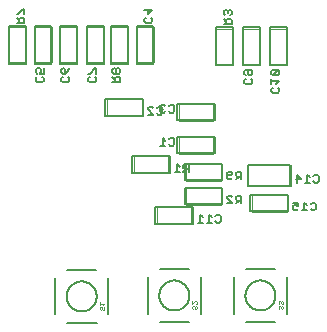
<source format=gbr>
G75*
%MOIN*%
%OFA0B0*%
%FSLAX25Y25*%
%IPPOS*%
%LPD*%
%AMOC8*
5,1,8,0,0,1.08239X$1,22.5*
%
%ADD10C,0.00200*%
%ADD11C,0.00800*%
%ADD12C,0.00600*%
%ADD13C,0.00100*%
D10*
X0071502Y0066730D02*
X0071502Y0072470D01*
X0083100Y0072470D01*
X0083100Y0066730D01*
X0071502Y0066730D01*
X0079202Y0055520D02*
X0079202Y0049780D01*
X0090800Y0049780D01*
X0090800Y0055520D01*
X0079202Y0055520D01*
X0089002Y0056230D02*
X0089002Y0061970D01*
X0100600Y0061970D01*
X0100600Y0056230D01*
X0089002Y0056230D01*
X0089002Y0064230D02*
X0089002Y0069970D01*
X0100600Y0069970D01*
X0100600Y0064230D01*
X0089002Y0064230D01*
X0086502Y0073230D02*
X0098100Y0073230D01*
X0098100Y0078970D01*
X0086502Y0078970D01*
X0086502Y0073230D01*
X0086502Y0084230D02*
X0098100Y0084230D01*
X0098100Y0089970D01*
X0086502Y0089970D01*
X0086502Y0084230D01*
X0074200Y0085830D02*
X0074200Y0091570D01*
X0062602Y0091570D01*
X0062602Y0085830D01*
X0074200Y0085830D01*
X0072431Y0103801D02*
X0078171Y0103801D01*
X0078171Y0115399D01*
X0072431Y0115399D01*
X0072431Y0103801D01*
X0069671Y0103801D02*
X0069671Y0115399D01*
X0063931Y0115399D01*
X0063931Y0103801D01*
X0069671Y0103801D01*
X0061671Y0103801D02*
X0061671Y0115399D01*
X0055931Y0115399D01*
X0055931Y0103801D01*
X0061671Y0103801D01*
X0052671Y0103801D02*
X0052671Y0115399D01*
X0046931Y0115399D01*
X0046931Y0103801D01*
X0052671Y0103801D01*
X0044171Y0103801D02*
X0044171Y0115399D01*
X0038431Y0115399D01*
X0038431Y0103801D01*
X0044171Y0103801D01*
X0035621Y0103801D02*
X0029881Y0103801D01*
X0029881Y0115399D01*
X0035621Y0115399D01*
X0035621Y0103801D01*
X0098931Y0103301D02*
X0104671Y0103301D01*
X0104671Y0114899D01*
X0098931Y0114899D01*
X0098931Y0103301D01*
X0107931Y0103301D02*
X0113671Y0103301D01*
X0113671Y0114899D01*
X0107931Y0114899D01*
X0107931Y0103301D01*
X0116931Y0103301D02*
X0122671Y0103301D01*
X0122671Y0114899D01*
X0116931Y0114899D01*
X0116931Y0103301D01*
X0124025Y0069476D02*
X0109277Y0069476D01*
X0109277Y0062524D01*
X0124025Y0062524D01*
X0124025Y0069476D01*
X0122500Y0059620D02*
X0110902Y0059620D01*
X0110902Y0053880D01*
X0122500Y0053880D01*
X0122500Y0059620D01*
D11*
X0045343Y0031763D02*
X0045343Y0019637D01*
X0049319Y0016842D02*
X0059201Y0016842D01*
X0063059Y0019637D02*
X0063059Y0031763D01*
X0059083Y0034558D02*
X0049319Y0034558D01*
X0049201Y0025700D02*
X0049203Y0025841D01*
X0049209Y0025982D01*
X0049219Y0026122D01*
X0049233Y0026262D01*
X0049251Y0026402D01*
X0049272Y0026541D01*
X0049298Y0026680D01*
X0049327Y0026818D01*
X0049361Y0026954D01*
X0049398Y0027090D01*
X0049439Y0027225D01*
X0049484Y0027359D01*
X0049533Y0027491D01*
X0049585Y0027622D01*
X0049641Y0027751D01*
X0049701Y0027878D01*
X0049764Y0028004D01*
X0049830Y0028128D01*
X0049901Y0028251D01*
X0049974Y0028371D01*
X0050051Y0028489D01*
X0050131Y0028605D01*
X0050215Y0028718D01*
X0050301Y0028829D01*
X0050391Y0028938D01*
X0050484Y0029044D01*
X0050579Y0029147D01*
X0050678Y0029248D01*
X0050779Y0029346D01*
X0050883Y0029441D01*
X0050990Y0029533D01*
X0051099Y0029622D01*
X0051211Y0029707D01*
X0051325Y0029790D01*
X0051441Y0029870D01*
X0051560Y0029946D01*
X0051681Y0030018D01*
X0051803Y0030088D01*
X0051928Y0030153D01*
X0052054Y0030216D01*
X0052182Y0030274D01*
X0052312Y0030329D01*
X0052443Y0030381D01*
X0052576Y0030428D01*
X0052710Y0030472D01*
X0052845Y0030513D01*
X0052981Y0030549D01*
X0053118Y0030581D01*
X0053256Y0030610D01*
X0053394Y0030635D01*
X0053534Y0030655D01*
X0053674Y0030672D01*
X0053814Y0030685D01*
X0053955Y0030694D01*
X0054095Y0030699D01*
X0054236Y0030700D01*
X0054377Y0030697D01*
X0054518Y0030690D01*
X0054658Y0030679D01*
X0054798Y0030664D01*
X0054938Y0030645D01*
X0055077Y0030623D01*
X0055215Y0030596D01*
X0055353Y0030566D01*
X0055489Y0030531D01*
X0055625Y0030493D01*
X0055759Y0030451D01*
X0055893Y0030405D01*
X0056025Y0030356D01*
X0056155Y0030302D01*
X0056284Y0030245D01*
X0056411Y0030185D01*
X0056537Y0030121D01*
X0056660Y0030053D01*
X0056782Y0029982D01*
X0056902Y0029908D01*
X0057019Y0029830D01*
X0057134Y0029749D01*
X0057247Y0029665D01*
X0057358Y0029578D01*
X0057466Y0029487D01*
X0057571Y0029394D01*
X0057674Y0029297D01*
X0057774Y0029198D01*
X0057871Y0029096D01*
X0057965Y0028991D01*
X0058056Y0028884D01*
X0058144Y0028774D01*
X0058229Y0028662D01*
X0058311Y0028547D01*
X0058390Y0028430D01*
X0058465Y0028311D01*
X0058537Y0028190D01*
X0058605Y0028067D01*
X0058670Y0027942D01*
X0058732Y0027815D01*
X0058789Y0027686D01*
X0058844Y0027556D01*
X0058894Y0027425D01*
X0058941Y0027292D01*
X0058984Y0027158D01*
X0059023Y0027022D01*
X0059058Y0026886D01*
X0059090Y0026749D01*
X0059117Y0026611D01*
X0059141Y0026472D01*
X0059161Y0026332D01*
X0059177Y0026192D01*
X0059189Y0026052D01*
X0059197Y0025911D01*
X0059201Y0025770D01*
X0059201Y0025630D01*
X0059197Y0025489D01*
X0059189Y0025348D01*
X0059177Y0025208D01*
X0059161Y0025068D01*
X0059141Y0024928D01*
X0059117Y0024789D01*
X0059090Y0024651D01*
X0059058Y0024514D01*
X0059023Y0024378D01*
X0058984Y0024242D01*
X0058941Y0024108D01*
X0058894Y0023975D01*
X0058844Y0023844D01*
X0058789Y0023714D01*
X0058732Y0023585D01*
X0058670Y0023458D01*
X0058605Y0023333D01*
X0058537Y0023210D01*
X0058465Y0023089D01*
X0058390Y0022970D01*
X0058311Y0022853D01*
X0058229Y0022738D01*
X0058144Y0022626D01*
X0058056Y0022516D01*
X0057965Y0022409D01*
X0057871Y0022304D01*
X0057774Y0022202D01*
X0057674Y0022103D01*
X0057571Y0022006D01*
X0057466Y0021913D01*
X0057358Y0021822D01*
X0057247Y0021735D01*
X0057134Y0021651D01*
X0057019Y0021570D01*
X0056902Y0021492D01*
X0056782Y0021418D01*
X0056660Y0021347D01*
X0056537Y0021279D01*
X0056411Y0021215D01*
X0056284Y0021155D01*
X0056155Y0021098D01*
X0056025Y0021044D01*
X0055893Y0020995D01*
X0055759Y0020949D01*
X0055625Y0020907D01*
X0055489Y0020869D01*
X0055353Y0020834D01*
X0055215Y0020804D01*
X0055077Y0020777D01*
X0054938Y0020755D01*
X0054798Y0020736D01*
X0054658Y0020721D01*
X0054518Y0020710D01*
X0054377Y0020703D01*
X0054236Y0020700D01*
X0054095Y0020701D01*
X0053955Y0020706D01*
X0053814Y0020715D01*
X0053674Y0020728D01*
X0053534Y0020745D01*
X0053394Y0020765D01*
X0053256Y0020790D01*
X0053118Y0020819D01*
X0052981Y0020851D01*
X0052845Y0020887D01*
X0052710Y0020928D01*
X0052576Y0020972D01*
X0052443Y0021019D01*
X0052312Y0021071D01*
X0052182Y0021126D01*
X0052054Y0021184D01*
X0051928Y0021247D01*
X0051803Y0021312D01*
X0051681Y0021382D01*
X0051560Y0021454D01*
X0051441Y0021530D01*
X0051325Y0021610D01*
X0051211Y0021693D01*
X0051099Y0021778D01*
X0050990Y0021867D01*
X0050883Y0021959D01*
X0050779Y0022054D01*
X0050678Y0022152D01*
X0050579Y0022253D01*
X0050484Y0022356D01*
X0050391Y0022462D01*
X0050301Y0022571D01*
X0050215Y0022682D01*
X0050131Y0022795D01*
X0050051Y0022911D01*
X0049974Y0023029D01*
X0049901Y0023149D01*
X0049830Y0023272D01*
X0049764Y0023396D01*
X0049701Y0023522D01*
X0049641Y0023649D01*
X0049585Y0023778D01*
X0049533Y0023909D01*
X0049484Y0024041D01*
X0049439Y0024175D01*
X0049398Y0024310D01*
X0049361Y0024446D01*
X0049327Y0024582D01*
X0049298Y0024720D01*
X0049272Y0024859D01*
X0049251Y0024998D01*
X0049233Y0025138D01*
X0049219Y0025278D01*
X0049209Y0025418D01*
X0049203Y0025559D01*
X0049201Y0025700D01*
X0076243Y0019937D02*
X0076243Y0032063D01*
X0080219Y0034858D02*
X0089983Y0034858D01*
X0093959Y0032063D02*
X0093959Y0019937D01*
X0090101Y0017142D02*
X0080219Y0017142D01*
X0080101Y0026000D02*
X0080103Y0026141D01*
X0080109Y0026282D01*
X0080119Y0026422D01*
X0080133Y0026562D01*
X0080151Y0026702D01*
X0080172Y0026841D01*
X0080198Y0026980D01*
X0080227Y0027118D01*
X0080261Y0027254D01*
X0080298Y0027390D01*
X0080339Y0027525D01*
X0080384Y0027659D01*
X0080433Y0027791D01*
X0080485Y0027922D01*
X0080541Y0028051D01*
X0080601Y0028178D01*
X0080664Y0028304D01*
X0080730Y0028428D01*
X0080801Y0028551D01*
X0080874Y0028671D01*
X0080951Y0028789D01*
X0081031Y0028905D01*
X0081115Y0029018D01*
X0081201Y0029129D01*
X0081291Y0029238D01*
X0081384Y0029344D01*
X0081479Y0029447D01*
X0081578Y0029548D01*
X0081679Y0029646D01*
X0081783Y0029741D01*
X0081890Y0029833D01*
X0081999Y0029922D01*
X0082111Y0030007D01*
X0082225Y0030090D01*
X0082341Y0030170D01*
X0082460Y0030246D01*
X0082581Y0030318D01*
X0082703Y0030388D01*
X0082828Y0030453D01*
X0082954Y0030516D01*
X0083082Y0030574D01*
X0083212Y0030629D01*
X0083343Y0030681D01*
X0083476Y0030728D01*
X0083610Y0030772D01*
X0083745Y0030813D01*
X0083881Y0030849D01*
X0084018Y0030881D01*
X0084156Y0030910D01*
X0084294Y0030935D01*
X0084434Y0030955D01*
X0084574Y0030972D01*
X0084714Y0030985D01*
X0084855Y0030994D01*
X0084995Y0030999D01*
X0085136Y0031000D01*
X0085277Y0030997D01*
X0085418Y0030990D01*
X0085558Y0030979D01*
X0085698Y0030964D01*
X0085838Y0030945D01*
X0085977Y0030923D01*
X0086115Y0030896D01*
X0086253Y0030866D01*
X0086389Y0030831D01*
X0086525Y0030793D01*
X0086659Y0030751D01*
X0086793Y0030705D01*
X0086925Y0030656D01*
X0087055Y0030602D01*
X0087184Y0030545D01*
X0087311Y0030485D01*
X0087437Y0030421D01*
X0087560Y0030353D01*
X0087682Y0030282D01*
X0087802Y0030208D01*
X0087919Y0030130D01*
X0088034Y0030049D01*
X0088147Y0029965D01*
X0088258Y0029878D01*
X0088366Y0029787D01*
X0088471Y0029694D01*
X0088574Y0029597D01*
X0088674Y0029498D01*
X0088771Y0029396D01*
X0088865Y0029291D01*
X0088956Y0029184D01*
X0089044Y0029074D01*
X0089129Y0028962D01*
X0089211Y0028847D01*
X0089290Y0028730D01*
X0089365Y0028611D01*
X0089437Y0028490D01*
X0089505Y0028367D01*
X0089570Y0028242D01*
X0089632Y0028115D01*
X0089689Y0027986D01*
X0089744Y0027856D01*
X0089794Y0027725D01*
X0089841Y0027592D01*
X0089884Y0027458D01*
X0089923Y0027322D01*
X0089958Y0027186D01*
X0089990Y0027049D01*
X0090017Y0026911D01*
X0090041Y0026772D01*
X0090061Y0026632D01*
X0090077Y0026492D01*
X0090089Y0026352D01*
X0090097Y0026211D01*
X0090101Y0026070D01*
X0090101Y0025930D01*
X0090097Y0025789D01*
X0090089Y0025648D01*
X0090077Y0025508D01*
X0090061Y0025368D01*
X0090041Y0025228D01*
X0090017Y0025089D01*
X0089990Y0024951D01*
X0089958Y0024814D01*
X0089923Y0024678D01*
X0089884Y0024542D01*
X0089841Y0024408D01*
X0089794Y0024275D01*
X0089744Y0024144D01*
X0089689Y0024014D01*
X0089632Y0023885D01*
X0089570Y0023758D01*
X0089505Y0023633D01*
X0089437Y0023510D01*
X0089365Y0023389D01*
X0089290Y0023270D01*
X0089211Y0023153D01*
X0089129Y0023038D01*
X0089044Y0022926D01*
X0088956Y0022816D01*
X0088865Y0022709D01*
X0088771Y0022604D01*
X0088674Y0022502D01*
X0088574Y0022403D01*
X0088471Y0022306D01*
X0088366Y0022213D01*
X0088258Y0022122D01*
X0088147Y0022035D01*
X0088034Y0021951D01*
X0087919Y0021870D01*
X0087802Y0021792D01*
X0087682Y0021718D01*
X0087560Y0021647D01*
X0087437Y0021579D01*
X0087311Y0021515D01*
X0087184Y0021455D01*
X0087055Y0021398D01*
X0086925Y0021344D01*
X0086793Y0021295D01*
X0086659Y0021249D01*
X0086525Y0021207D01*
X0086389Y0021169D01*
X0086253Y0021134D01*
X0086115Y0021104D01*
X0085977Y0021077D01*
X0085838Y0021055D01*
X0085698Y0021036D01*
X0085558Y0021021D01*
X0085418Y0021010D01*
X0085277Y0021003D01*
X0085136Y0021000D01*
X0084995Y0021001D01*
X0084855Y0021006D01*
X0084714Y0021015D01*
X0084574Y0021028D01*
X0084434Y0021045D01*
X0084294Y0021065D01*
X0084156Y0021090D01*
X0084018Y0021119D01*
X0083881Y0021151D01*
X0083745Y0021187D01*
X0083610Y0021228D01*
X0083476Y0021272D01*
X0083343Y0021319D01*
X0083212Y0021371D01*
X0083082Y0021426D01*
X0082954Y0021484D01*
X0082828Y0021547D01*
X0082703Y0021612D01*
X0082581Y0021682D01*
X0082460Y0021754D01*
X0082341Y0021830D01*
X0082225Y0021910D01*
X0082111Y0021993D01*
X0081999Y0022078D01*
X0081890Y0022167D01*
X0081783Y0022259D01*
X0081679Y0022354D01*
X0081578Y0022452D01*
X0081479Y0022553D01*
X0081384Y0022656D01*
X0081291Y0022762D01*
X0081201Y0022871D01*
X0081115Y0022982D01*
X0081031Y0023095D01*
X0080951Y0023211D01*
X0080874Y0023329D01*
X0080801Y0023449D01*
X0080730Y0023572D01*
X0080664Y0023696D01*
X0080601Y0023822D01*
X0080541Y0023949D01*
X0080485Y0024078D01*
X0080433Y0024209D01*
X0080384Y0024341D01*
X0080339Y0024475D01*
X0080298Y0024610D01*
X0080261Y0024746D01*
X0080227Y0024882D01*
X0080198Y0025020D01*
X0080172Y0025159D01*
X0080151Y0025298D01*
X0080133Y0025438D01*
X0080119Y0025578D01*
X0080109Y0025718D01*
X0080103Y0025859D01*
X0080101Y0026000D01*
X0078702Y0049894D02*
X0078702Y0055406D01*
X0091300Y0055406D01*
X0091300Y0049894D01*
X0078702Y0049894D01*
X0088502Y0056344D02*
X0088502Y0061856D01*
X0101100Y0061856D01*
X0101100Y0056344D01*
X0088502Y0056344D01*
X0088502Y0064344D02*
X0088502Y0069856D01*
X0101100Y0069856D01*
X0101100Y0064344D01*
X0088502Y0064344D01*
X0083600Y0066844D02*
X0083600Y0072356D01*
X0071002Y0072356D01*
X0071002Y0066844D01*
X0083600Y0066844D01*
X0086002Y0073344D02*
X0098600Y0073344D01*
X0098600Y0078856D01*
X0086002Y0078856D01*
X0086002Y0073344D01*
X0086002Y0084344D02*
X0098600Y0084344D01*
X0098600Y0089856D01*
X0086002Y0089856D01*
X0086002Y0084344D01*
X0074700Y0085944D02*
X0074700Y0091456D01*
X0062102Y0091456D01*
X0062102Y0085944D01*
X0074700Y0085944D01*
X0072545Y0103301D02*
X0078057Y0103301D01*
X0078057Y0115899D01*
X0072545Y0115899D01*
X0072545Y0103301D01*
X0069557Y0103301D02*
X0069557Y0115899D01*
X0064045Y0115899D01*
X0064045Y0103301D01*
X0069557Y0103301D01*
X0061557Y0103301D02*
X0061557Y0115899D01*
X0056045Y0115899D01*
X0056045Y0103301D01*
X0061557Y0103301D01*
X0052557Y0103301D02*
X0052557Y0115899D01*
X0047045Y0115899D01*
X0047045Y0103301D01*
X0052557Y0103301D01*
X0044057Y0103301D02*
X0044057Y0115899D01*
X0038545Y0115899D01*
X0038545Y0103301D01*
X0044057Y0103301D01*
X0035507Y0103301D02*
X0029995Y0103301D01*
X0029995Y0115899D01*
X0035507Y0115899D01*
X0035507Y0103301D01*
X0099045Y0102801D02*
X0104557Y0102801D01*
X0104557Y0115399D01*
X0099045Y0115399D01*
X0099045Y0102801D01*
X0108045Y0102801D02*
X0113557Y0102801D01*
X0113557Y0115399D01*
X0108045Y0115399D01*
X0108045Y0102801D01*
X0117045Y0102801D02*
X0122557Y0102801D01*
X0122557Y0115399D01*
X0117045Y0115399D01*
X0117045Y0102801D01*
X0123738Y0069543D02*
X0109564Y0069543D01*
X0109564Y0062457D01*
X0123738Y0062457D01*
X0123738Y0069543D01*
X0123000Y0059506D02*
X0110402Y0059506D01*
X0110402Y0053994D01*
X0123000Y0053994D01*
X0123000Y0059506D01*
X0118683Y0034858D02*
X0108919Y0034858D01*
X0104943Y0032063D02*
X0104943Y0019937D01*
X0108919Y0017142D02*
X0118801Y0017142D01*
X0122659Y0019937D02*
X0122659Y0032063D01*
X0108801Y0026000D02*
X0108803Y0026141D01*
X0108809Y0026282D01*
X0108819Y0026422D01*
X0108833Y0026562D01*
X0108851Y0026702D01*
X0108872Y0026841D01*
X0108898Y0026980D01*
X0108927Y0027118D01*
X0108961Y0027254D01*
X0108998Y0027390D01*
X0109039Y0027525D01*
X0109084Y0027659D01*
X0109133Y0027791D01*
X0109185Y0027922D01*
X0109241Y0028051D01*
X0109301Y0028178D01*
X0109364Y0028304D01*
X0109430Y0028428D01*
X0109501Y0028551D01*
X0109574Y0028671D01*
X0109651Y0028789D01*
X0109731Y0028905D01*
X0109815Y0029018D01*
X0109901Y0029129D01*
X0109991Y0029238D01*
X0110084Y0029344D01*
X0110179Y0029447D01*
X0110278Y0029548D01*
X0110379Y0029646D01*
X0110483Y0029741D01*
X0110590Y0029833D01*
X0110699Y0029922D01*
X0110811Y0030007D01*
X0110925Y0030090D01*
X0111041Y0030170D01*
X0111160Y0030246D01*
X0111281Y0030318D01*
X0111403Y0030388D01*
X0111528Y0030453D01*
X0111654Y0030516D01*
X0111782Y0030574D01*
X0111912Y0030629D01*
X0112043Y0030681D01*
X0112176Y0030728D01*
X0112310Y0030772D01*
X0112445Y0030813D01*
X0112581Y0030849D01*
X0112718Y0030881D01*
X0112856Y0030910D01*
X0112994Y0030935D01*
X0113134Y0030955D01*
X0113274Y0030972D01*
X0113414Y0030985D01*
X0113555Y0030994D01*
X0113695Y0030999D01*
X0113836Y0031000D01*
X0113977Y0030997D01*
X0114118Y0030990D01*
X0114258Y0030979D01*
X0114398Y0030964D01*
X0114538Y0030945D01*
X0114677Y0030923D01*
X0114815Y0030896D01*
X0114953Y0030866D01*
X0115089Y0030831D01*
X0115225Y0030793D01*
X0115359Y0030751D01*
X0115493Y0030705D01*
X0115625Y0030656D01*
X0115755Y0030602D01*
X0115884Y0030545D01*
X0116011Y0030485D01*
X0116137Y0030421D01*
X0116260Y0030353D01*
X0116382Y0030282D01*
X0116502Y0030208D01*
X0116619Y0030130D01*
X0116734Y0030049D01*
X0116847Y0029965D01*
X0116958Y0029878D01*
X0117066Y0029787D01*
X0117171Y0029694D01*
X0117274Y0029597D01*
X0117374Y0029498D01*
X0117471Y0029396D01*
X0117565Y0029291D01*
X0117656Y0029184D01*
X0117744Y0029074D01*
X0117829Y0028962D01*
X0117911Y0028847D01*
X0117990Y0028730D01*
X0118065Y0028611D01*
X0118137Y0028490D01*
X0118205Y0028367D01*
X0118270Y0028242D01*
X0118332Y0028115D01*
X0118389Y0027986D01*
X0118444Y0027856D01*
X0118494Y0027725D01*
X0118541Y0027592D01*
X0118584Y0027458D01*
X0118623Y0027322D01*
X0118658Y0027186D01*
X0118690Y0027049D01*
X0118717Y0026911D01*
X0118741Y0026772D01*
X0118761Y0026632D01*
X0118777Y0026492D01*
X0118789Y0026352D01*
X0118797Y0026211D01*
X0118801Y0026070D01*
X0118801Y0025930D01*
X0118797Y0025789D01*
X0118789Y0025648D01*
X0118777Y0025508D01*
X0118761Y0025368D01*
X0118741Y0025228D01*
X0118717Y0025089D01*
X0118690Y0024951D01*
X0118658Y0024814D01*
X0118623Y0024678D01*
X0118584Y0024542D01*
X0118541Y0024408D01*
X0118494Y0024275D01*
X0118444Y0024144D01*
X0118389Y0024014D01*
X0118332Y0023885D01*
X0118270Y0023758D01*
X0118205Y0023633D01*
X0118137Y0023510D01*
X0118065Y0023389D01*
X0117990Y0023270D01*
X0117911Y0023153D01*
X0117829Y0023038D01*
X0117744Y0022926D01*
X0117656Y0022816D01*
X0117565Y0022709D01*
X0117471Y0022604D01*
X0117374Y0022502D01*
X0117274Y0022403D01*
X0117171Y0022306D01*
X0117066Y0022213D01*
X0116958Y0022122D01*
X0116847Y0022035D01*
X0116734Y0021951D01*
X0116619Y0021870D01*
X0116502Y0021792D01*
X0116382Y0021718D01*
X0116260Y0021647D01*
X0116137Y0021579D01*
X0116011Y0021515D01*
X0115884Y0021455D01*
X0115755Y0021398D01*
X0115625Y0021344D01*
X0115493Y0021295D01*
X0115359Y0021249D01*
X0115225Y0021207D01*
X0115089Y0021169D01*
X0114953Y0021134D01*
X0114815Y0021104D01*
X0114677Y0021077D01*
X0114538Y0021055D01*
X0114398Y0021036D01*
X0114258Y0021021D01*
X0114118Y0021010D01*
X0113977Y0021003D01*
X0113836Y0021000D01*
X0113695Y0021001D01*
X0113555Y0021006D01*
X0113414Y0021015D01*
X0113274Y0021028D01*
X0113134Y0021045D01*
X0112994Y0021065D01*
X0112856Y0021090D01*
X0112718Y0021119D01*
X0112581Y0021151D01*
X0112445Y0021187D01*
X0112310Y0021228D01*
X0112176Y0021272D01*
X0112043Y0021319D01*
X0111912Y0021371D01*
X0111782Y0021426D01*
X0111654Y0021484D01*
X0111528Y0021547D01*
X0111403Y0021612D01*
X0111281Y0021682D01*
X0111160Y0021754D01*
X0111041Y0021830D01*
X0110925Y0021910D01*
X0110811Y0021993D01*
X0110699Y0022078D01*
X0110590Y0022167D01*
X0110483Y0022259D01*
X0110379Y0022354D01*
X0110278Y0022452D01*
X0110179Y0022553D01*
X0110084Y0022656D01*
X0109991Y0022762D01*
X0109901Y0022871D01*
X0109815Y0022982D01*
X0109731Y0023095D01*
X0109651Y0023211D01*
X0109574Y0023329D01*
X0109501Y0023449D01*
X0109430Y0023572D01*
X0109364Y0023696D01*
X0109301Y0023822D01*
X0109241Y0023949D01*
X0109185Y0024078D01*
X0109133Y0024209D01*
X0109084Y0024341D01*
X0109039Y0024475D01*
X0108998Y0024610D01*
X0108961Y0024746D01*
X0108927Y0024882D01*
X0108898Y0025020D01*
X0108872Y0025159D01*
X0108851Y0025298D01*
X0108833Y0025438D01*
X0108819Y0025578D01*
X0108809Y0025718D01*
X0108803Y0025859D01*
X0108801Y0026000D01*
D12*
X0100107Y0050250D02*
X0099239Y0050250D01*
X0098806Y0050684D01*
X0097594Y0050250D02*
X0095859Y0050250D01*
X0096727Y0050250D02*
X0096727Y0052852D01*
X0097594Y0051985D01*
X0098806Y0052419D02*
X0099239Y0052852D01*
X0100107Y0052852D01*
X0100540Y0052419D01*
X0100540Y0050684D01*
X0100107Y0050250D01*
X0094647Y0050250D02*
X0092913Y0050250D01*
X0093780Y0050250D02*
X0093780Y0052852D01*
X0094647Y0051985D01*
X0102713Y0056700D02*
X0104447Y0056700D01*
X0102713Y0058435D01*
X0102713Y0058869D01*
X0103146Y0059302D01*
X0104014Y0059302D01*
X0104447Y0058869D01*
X0105659Y0058869D02*
X0105659Y0058001D01*
X0106093Y0057567D01*
X0107394Y0057567D01*
X0107394Y0056700D02*
X0107394Y0059302D01*
X0106093Y0059302D01*
X0105659Y0058869D01*
X0106527Y0057567D02*
X0105659Y0056700D01*
X0105659Y0064700D02*
X0106527Y0065567D01*
X0106093Y0065567D02*
X0107394Y0065567D01*
X0107394Y0064700D02*
X0107394Y0067302D01*
X0106093Y0067302D01*
X0105659Y0066869D01*
X0105659Y0066001D01*
X0106093Y0065567D01*
X0104447Y0065134D02*
X0104014Y0064700D01*
X0103146Y0064700D01*
X0102713Y0065134D01*
X0102713Y0066869D01*
X0103146Y0067302D01*
X0104014Y0067302D01*
X0104447Y0066869D01*
X0104447Y0066435D01*
X0104014Y0066001D01*
X0102713Y0066001D01*
X0089894Y0067200D02*
X0089894Y0069802D01*
X0088593Y0069802D01*
X0088159Y0069369D01*
X0088159Y0068501D01*
X0088593Y0068067D01*
X0089894Y0068067D01*
X0089027Y0068067D02*
X0088159Y0067200D01*
X0086947Y0067200D02*
X0085213Y0067200D01*
X0086080Y0067200D02*
X0086080Y0069802D01*
X0086947Y0068935D01*
X0084567Y0075900D02*
X0083700Y0075900D01*
X0083266Y0076334D01*
X0082054Y0075900D02*
X0080320Y0075900D01*
X0081187Y0075900D02*
X0081187Y0078502D01*
X0082054Y0077635D01*
X0083266Y0078069D02*
X0083700Y0078502D01*
X0084567Y0078502D01*
X0085001Y0078069D01*
X0085001Y0076334D01*
X0084567Y0075900D01*
X0080560Y0086300D02*
X0079693Y0086300D01*
X0079259Y0086734D01*
X0080320Y0087334D02*
X0080753Y0086900D01*
X0081621Y0086900D01*
X0082054Y0087334D01*
X0083266Y0087334D02*
X0083700Y0086900D01*
X0084567Y0086900D01*
X0085001Y0087334D01*
X0085001Y0089069D01*
X0084567Y0089502D01*
X0083700Y0089502D01*
X0083266Y0089069D01*
X0082054Y0089069D02*
X0081621Y0089502D01*
X0080753Y0089502D01*
X0080320Y0089069D01*
X0080320Y0088635D01*
X0080753Y0088201D01*
X0080320Y0087767D01*
X0080320Y0087334D01*
X0080994Y0086734D02*
X0080560Y0086300D01*
X0080994Y0086734D02*
X0080994Y0088469D01*
X0080560Y0088902D01*
X0079693Y0088902D01*
X0079259Y0088469D01*
X0078047Y0088469D02*
X0077614Y0088902D01*
X0076746Y0088902D01*
X0076313Y0088469D01*
X0076313Y0088035D01*
X0078047Y0086300D01*
X0076313Y0086300D01*
X0080753Y0088201D02*
X0081187Y0088201D01*
X0067003Y0097007D02*
X0067003Y0098308D01*
X0066569Y0098742D01*
X0065702Y0098742D01*
X0065268Y0098308D01*
X0065268Y0097007D01*
X0064401Y0097007D02*
X0067003Y0097007D01*
X0065268Y0097874D02*
X0064401Y0098742D01*
X0064835Y0099953D02*
X0065268Y0099953D01*
X0065702Y0100387D01*
X0065702Y0101255D01*
X0065268Y0101688D01*
X0064835Y0101688D01*
X0064401Y0101255D01*
X0064401Y0100387D01*
X0064835Y0099953D01*
X0065702Y0100387D02*
X0066136Y0099953D01*
X0066569Y0099953D01*
X0067003Y0100387D01*
X0067003Y0101255D01*
X0066569Y0101688D01*
X0066136Y0101688D01*
X0065702Y0101255D01*
X0059003Y0101688D02*
X0059003Y0099953D01*
X0058569Y0098742D02*
X0059003Y0098308D01*
X0059003Y0097441D01*
X0058569Y0097007D01*
X0056835Y0097007D01*
X0056401Y0097441D01*
X0056401Y0098308D01*
X0056835Y0098742D01*
X0056835Y0099953D02*
X0056401Y0099953D01*
X0056835Y0099953D02*
X0058569Y0101688D01*
X0059003Y0101688D01*
X0050003Y0101688D02*
X0049569Y0100821D01*
X0048702Y0099953D01*
X0048702Y0101255D01*
X0048268Y0101688D01*
X0047835Y0101688D01*
X0047401Y0101255D01*
X0047401Y0100387D01*
X0047835Y0099953D01*
X0048702Y0099953D01*
X0049569Y0098742D02*
X0050003Y0098308D01*
X0050003Y0097441D01*
X0049569Y0097007D01*
X0047835Y0097007D01*
X0047401Y0097441D01*
X0047401Y0098308D01*
X0047835Y0098742D01*
X0041503Y0098308D02*
X0041503Y0097441D01*
X0041069Y0097007D01*
X0039335Y0097007D01*
X0038901Y0097441D01*
X0038901Y0098308D01*
X0039335Y0098742D01*
X0039335Y0099953D02*
X0038901Y0100387D01*
X0038901Y0101255D01*
X0039335Y0101688D01*
X0040202Y0101688D01*
X0040636Y0101255D01*
X0040636Y0100821D01*
X0040202Y0099953D01*
X0041503Y0099953D01*
X0041503Y0101688D01*
X0041069Y0098742D02*
X0041503Y0098308D01*
X0035153Y0116900D02*
X0032551Y0116900D01*
X0033418Y0116900D02*
X0033418Y0118201D01*
X0033852Y0118635D01*
X0034719Y0118635D01*
X0035153Y0118201D01*
X0035153Y0116900D01*
X0033418Y0117767D02*
X0032551Y0118635D01*
X0032551Y0119847D02*
X0032985Y0119847D01*
X0034719Y0121581D01*
X0035153Y0121581D01*
X0035153Y0119847D01*
X0075101Y0121148D02*
X0077703Y0121148D01*
X0076402Y0119847D01*
X0076402Y0121581D01*
X0075535Y0118635D02*
X0075101Y0118201D01*
X0075101Y0117334D01*
X0075535Y0116900D01*
X0077269Y0116900D01*
X0077703Y0117334D01*
X0077703Y0118201D01*
X0077269Y0118635D01*
X0101601Y0118135D02*
X0102468Y0117267D01*
X0102468Y0117701D02*
X0102468Y0116400D01*
X0101601Y0116400D02*
X0104203Y0116400D01*
X0104203Y0117701D01*
X0103769Y0118135D01*
X0102902Y0118135D01*
X0102468Y0117701D01*
X0102035Y0119347D02*
X0101601Y0119780D01*
X0101601Y0120648D01*
X0102035Y0121081D01*
X0102468Y0121081D01*
X0102902Y0120648D01*
X0102902Y0120214D01*
X0102902Y0120648D02*
X0103336Y0121081D01*
X0103769Y0121081D01*
X0104203Y0120648D01*
X0104203Y0119780D01*
X0103769Y0119347D01*
X0108835Y0101188D02*
X0110569Y0101188D01*
X0111003Y0100755D01*
X0111003Y0099887D01*
X0110569Y0099453D01*
X0110136Y0099453D01*
X0109702Y0099887D01*
X0109702Y0101188D01*
X0108835Y0101188D02*
X0108401Y0100755D01*
X0108401Y0099887D01*
X0108835Y0099453D01*
X0108835Y0098242D02*
X0108401Y0097808D01*
X0108401Y0096941D01*
X0108835Y0096507D01*
X0110569Y0096507D01*
X0111003Y0096941D01*
X0111003Y0097808D01*
X0110569Y0098242D01*
X0117401Y0098242D02*
X0117401Y0096507D01*
X0117401Y0097374D02*
X0120003Y0097374D01*
X0119136Y0096507D01*
X0119569Y0095295D02*
X0120003Y0094862D01*
X0120003Y0093994D01*
X0119569Y0093560D01*
X0117835Y0093560D01*
X0117401Y0093994D01*
X0117401Y0094862D01*
X0117835Y0095295D01*
X0117835Y0099453D02*
X0119569Y0101188D01*
X0117835Y0101188D01*
X0117401Y0100755D01*
X0117401Y0099887D01*
X0117835Y0099453D01*
X0119569Y0099453D01*
X0120003Y0099887D01*
X0120003Y0100755D01*
X0119569Y0101188D01*
X0125996Y0066202D02*
X0127297Y0064901D01*
X0125563Y0064901D01*
X0125996Y0063600D02*
X0125996Y0066202D01*
X0128509Y0063600D02*
X0130244Y0063600D01*
X0129377Y0063600D02*
X0129377Y0066202D01*
X0130244Y0065335D01*
X0131456Y0065769D02*
X0131889Y0066202D01*
X0132757Y0066202D01*
X0133190Y0065769D01*
X0133190Y0064034D01*
X0132757Y0063600D01*
X0131889Y0063600D01*
X0131456Y0064034D01*
X0131807Y0056952D02*
X0132240Y0056519D01*
X0132240Y0054784D01*
X0131807Y0054350D01*
X0130939Y0054350D01*
X0130506Y0054784D01*
X0129294Y0054350D02*
X0127559Y0054350D01*
X0128427Y0054350D02*
X0128427Y0056952D01*
X0129294Y0056085D01*
X0130506Y0056519D02*
X0130939Y0056952D01*
X0131807Y0056952D01*
X0126347Y0056952D02*
X0126347Y0055651D01*
X0125480Y0056085D01*
X0125046Y0056085D01*
X0124613Y0055651D01*
X0124613Y0054784D01*
X0125046Y0054350D01*
X0125914Y0054350D01*
X0126347Y0054784D01*
X0126347Y0056952D02*
X0124613Y0056952D01*
D13*
X0121102Y0024024D02*
X0120852Y0024024D01*
X0120602Y0023774D01*
X0120351Y0024024D01*
X0120101Y0024024D01*
X0119851Y0023774D01*
X0119851Y0023273D01*
X0120101Y0023023D01*
X0120101Y0022551D02*
X0119851Y0022301D01*
X0119851Y0021800D01*
X0120101Y0021550D01*
X0120602Y0021800D02*
X0120602Y0022301D01*
X0120351Y0022551D01*
X0120101Y0022551D01*
X0120602Y0021800D02*
X0120852Y0021550D01*
X0121102Y0021550D01*
X0121352Y0021800D01*
X0121352Y0022301D01*
X0121102Y0022551D01*
X0121102Y0023023D02*
X0121352Y0023273D01*
X0121352Y0023774D01*
X0121102Y0024024D01*
X0120602Y0023774D02*
X0120602Y0023524D01*
X0092652Y0023774D02*
X0092652Y0023273D01*
X0092402Y0023023D01*
X0092402Y0022551D02*
X0092652Y0022301D01*
X0092652Y0021800D01*
X0092402Y0021550D01*
X0092152Y0021550D01*
X0091902Y0021800D01*
X0091902Y0022301D01*
X0091651Y0022551D01*
X0091401Y0022551D01*
X0091151Y0022301D01*
X0091151Y0021800D01*
X0091401Y0021550D01*
X0091151Y0023023D02*
X0092152Y0024024D01*
X0092402Y0024024D01*
X0092652Y0023774D01*
X0091151Y0024024D02*
X0091151Y0023023D01*
X0061752Y0023224D02*
X0060251Y0023224D01*
X0060251Y0023724D02*
X0060251Y0022723D01*
X0060501Y0022251D02*
X0060251Y0022001D01*
X0060251Y0021500D01*
X0060501Y0021250D01*
X0061002Y0021500D02*
X0061002Y0022001D01*
X0060751Y0022251D01*
X0060501Y0022251D01*
X0061252Y0022723D02*
X0061752Y0023224D01*
X0061502Y0022251D02*
X0061752Y0022001D01*
X0061752Y0021500D01*
X0061502Y0021250D01*
X0061252Y0021250D01*
X0061002Y0021500D01*
M02*

</source>
